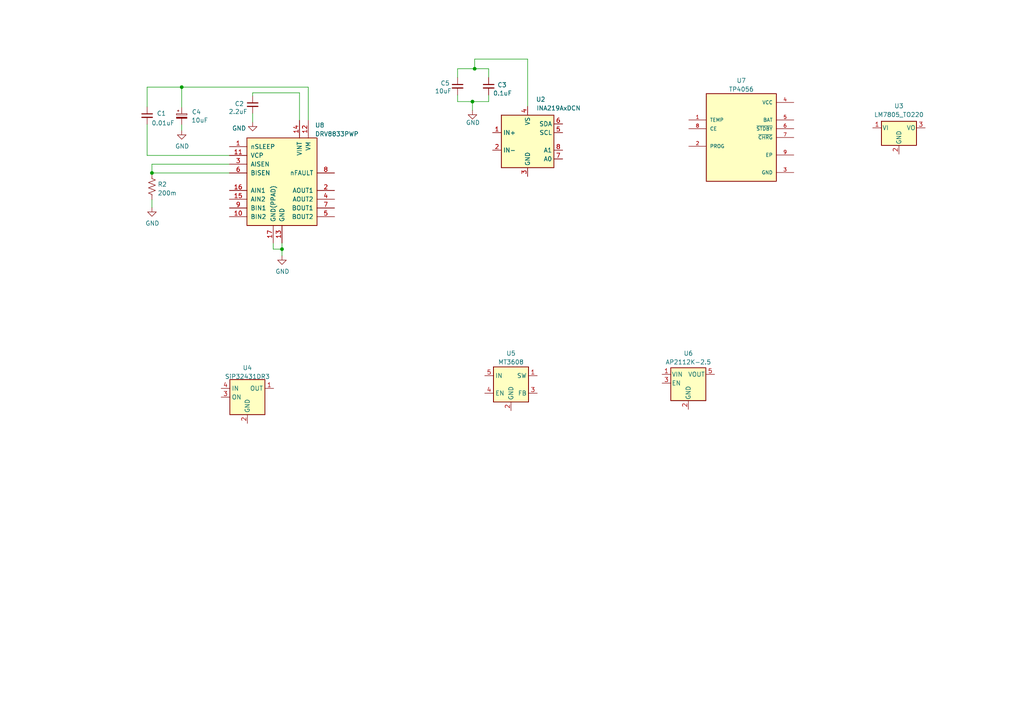
<source format=kicad_sch>
(kicad_sch (version 20230121) (generator eeschema)
  (paper "A4")
  (title_block (title "Micromouse") (date "2025-03-22") (rev "1") (company "University Of Cape Town") (comment 2 "Athaliah Pillay") (comment 3 "Maishikoe Nchabeleng"))
  (lib_symbols
    (symbol "Device:C_Polarized_Small" (pin_numbers hide) (pin_names (offset 0.254) hide)
      (property "Reference" "C" (at 0.254 1.778 0))
      (property "Value" "C_Polarized_Small" (at 0.254 -2.032 0))
      (symbol "C_Polarized_Small_0_1"
        (rectangle (start -1.524 -0.3048) (end 1.524 -0.6858) (fill (type outline)))
        (rectangle (start -1.524 0.6858) (end 1.524 0.3048))
        (polyline (pts (xy -1.27 1.524) (xy -0.762 1.524)))
        (polyline (pts (xy -1.016 1.27) (xy -1.016 1.778)))
      )
      (symbol "C_Polarized_Small_1_1"
        (pin passive line (at 0 2.54 270) (length 1.8542) (name "~") (number "1"))
        (pin passive line (at 0 -2.54 90) (length 1.8542) (name "~") (number "2"))
      )
    )
    (symbol "Device:C_Small" (pin_numbers hide) (pin_names (offset 0.254) hide)
      (property "Reference" "C" (at 0.254 1.778 0))
      (property "Value" "C_Small" (at 0.254 -2.032 0))
      (symbol "C_Small_0_1"
        (polyline (pts (xy -1.524 -0.508) (xy 1.524 -0.508)) (stroke (width 0.3302)))
        (polyline (pts (xy -1.524 0.508) (xy 1.524 0.508)) (stroke (width 0.3048)))
      )
      (symbol "C_Small_1_1"
        (pin passive line (at 0 2.54 270) (length 2.032) (name "~") (number "1"))
        (pin passive line (at 0 -2.54 90) (length 2.032) (name "~") (number "2"))
      )
    )
    (symbol "Device:R_US" (pin_numbers hide) (pin_names (offset 0))
      (property "Reference" "R" (at 2.54 0 90))
      (property "Value" "R_US" (at -2.54 0 90))
      (symbol "R_US_0_1"
        (polyline (pts (xy 0 -2.286) (xy 0 -2.54)))
        (polyline (pts (xy 0 2.286) (xy 0 2.54)))
        (polyline (pts (xy 0 -0.762) (xy 1.016 -1.143) (xy 0 -1.524) (xy -1.016 -1.905) (xy 0 -2.286)))
        (polyline (pts (xy 0 0.762) (xy 1.016 0.381) (xy 0 0) (xy -1.016 -0.381) (xy 0 -0.762)))
        (polyline (pts (xy 0 2.286) (xy 1.016 1.905) (xy 0 1.524) (xy -1.016 1.143) (xy 0 0.762)))
      )
      (symbol "R_US_1_1"
        (pin passive line (at 0 3.81 270) (length 1.27) (name "~") (number "1"))
        (pin passive line (at 0 -3.81 90) (length 1.27) (name "~") (number "2"))
      )
    )
    (symbol "Driver_Motor:DRV8833PWP" (pin_names (offset 1.016))
      (property "Reference" "U" (at -3.81 16.51 0))
      (property "Value" "DRV8833PWP" (at -3.81 13.97 0))
      (symbol "DRV8833PWP_0_1"
        (rectangle (start -10.16 12.7) (end 10.16 -12.7) (stroke (width 0.254)) (fill (type background)))
      )
      (symbol "DRV8833PWP_1_1"
        (pin input line (at -15.24 10.16 0) (length 5.08) (name "nSLEEP") (number "1"))
        (pin input line (at -15.24 -10.16 0) (length 5.08) (name "BIN2") (number "10"))
        (pin bidirectional line (at -15.24 7.62 0) (length 5.08) (name "VCP") (number "11"))
        (pin power_in line (at 7.62 17.78 270) (length 5.08) (name "VM") (number "12"))
        (pin power_in line (at 0 -17.78 90) (length 5.08) (name "GND") (number "13"))
        (pin power_in line (at 5.08 17.78 270) (length 5.08) (name "VINT") (number "14"))
        (pin input line (at -15.24 -5.08 0) (length 5.08) (name "AIN2") (number "15"))
        (pin input line (at -15.24 -2.54 0) (length 5.08) (name "AIN1") (number "16"))
        (pin power_in line (at -2.54 -17.78 90) (length 5.08) (name "GND(PPAD)") (number "17"))
        (pin power_out line (at 15.24 -2.54 180) (length 5.08) (name "AOUT1") (number "2"))
        (pin bidirectional line (at -15.24 5.08 0) (length 5.08) (name "AISEN") (number "3"))
        (pin power_out line (at 15.24 -5.08 180) (length 5.08) (name "AOUT2") (number "4"))
        (pin power_out line (at 15.24 -10.16 180) (length 5.08) (name "BOUT2") (number "5"))
        (pin bidirectional line (at -15.24 2.54 0) (length 5.08) (name "BISEN") (number "6"))
        (pin power_out line (at 15.24 -7.62 180) (length 5.08) (name "BOUT1") (number "7"))
        (pin open_collector line (at 15.24 2.54 180) (length 5.08) (name "nFAULT") (number "8"))
        (pin input line (at -15.24 -7.62 0) (length 5.08) (name "BIN1") (number "9"))
      )
    )
    (symbol "Power_Management:SiP32431DR3"
      (property "Reference" "U" (at 0 8.89 0))
      (property "Value" "SiP32431DR3" (at 0 6.35 0))
      (symbol "SiP32431DR3_0_1"
        (rectangle (start -5.08 5.08) (end 5.08 -5.08) (stroke (width 0.254)) (fill (type background)))
      )
      (symbol "SiP32431DR3_1_1"
        (pin passive line (at 7.62 2.54 180) (length 2.54) (name "OUT") (number "1"))
        (pin power_in line (at 0 -7.62 90) (length 2.54) (name "GND") (number "2"))
        (pin input line (at -7.62 0 0) (length 2.54) (name "ON") (number "3"))
        (pin passive line (at -7.62 2.54 0) (length 2.54) (name "IN") (number "4"))
        (pin passive line (at 0 -7.62 90) (length 2.54) hide (name "GND") (number "5"))
        (pin no_connect line (at 5.08 0 180) (length 2.54) hide (name "NC") (number "6"))
      )
    )
    (symbol "Regulator_Linear:AP2112K-2.5" (pin_names (offset 0.254))
      (property "Reference" "U" (at -5.08 5.715 0))
      (property "Value" "AP2112K-2.5" (at 0 5.715 0))
      (symbol "AP2112K-2.5_0_1"
        (rectangle (start -5.08 4.445) (end 5.08 -5.08) (stroke (width 0.254)) (fill (type background)))
      )
      (symbol "AP2112K-2.5_1_1"
        (pin power_in line (at -7.62 2.54 0) (length 2.54) (name "VIN") (number "1"))
        (pin power_in line (at 0 -7.62 90) (length 2.54) (name "GND") (number "2"))
        (pin input line (at -7.62 0 0) (length 2.54) (name "EN") (number "3"))
        (pin no_connect line (at 5.08 0 180) (length 2.54) hide (name "NC") (number "4"))
        (pin power_out line (at 7.62 2.54 180) (length 2.54) (name "VOUT") (number "5"))
      )
    )
    (symbol "Regulator_Linear:LM7805_TO220" (pin_names (offset 0.254))
      (property "Reference" "U" (at -3.81 3.175 0))
      (property "Value" "LM7805_TO220" (at 0 3.175 0))
      (symbol "LM7805_TO220_0_1"
        (rectangle (start -5.08 1.905) (end 5.08 -5.08) (stroke (width 0.254)) (fill (type background)))
      )
      (symbol "LM7805_TO220_1_1"
        (pin power_in line (at -7.62 0 0) (length 2.54) (name "VI") (number "1"))
        (pin power_in line (at 0 -7.62 90) (length 2.54) (name "GND") (number "2"))
        (pin power_out line (at 7.62 0 180) (length 2.54) (name "VO") (number "3"))
      )
    )
    (symbol "Regulator_Switching:MT3608"
      (property "Reference" "U" (at -2.54 8.89 0))
      (property "Value" "MT3608" (at -3.81 6.35 0))
      (symbol "MT3608_0_1"
        (rectangle (start -5.08 5.08) (end 5.08 -5.08) (stroke (width 0.254)) (fill (type background)))
      )
      (symbol "MT3608_1_1"
        (pin passive line (at 7.62 2.54 180) (length 2.54) (name "SW") (number "1"))
        (pin power_in line (at 0 -7.62 90) (length 2.54) (name "GND") (number "2"))
        (pin input line (at 7.62 -2.54 180) (length 2.54) (name "FB") (number "3"))
        (pin input line (at -7.62 -2.54 0) (length 2.54) (name "EN") (number "4"))
        (pin power_in line (at -7.62 2.54 0) (length 2.54) (name "IN") (number "5"))
        (pin no_connect line (at 5.08 0 180) (length 2.54) hide (name "NC") (number "6"))
      )
    )
    (symbol "Sensor_Energy:INA219AxDCN"
      (property "Reference" "U" (at -6.35 8.89 0))
      (property "Value" "INA219AxDCN" (at 6.35 8.89 0))
      (symbol "INA219AxDCN_0_1"
        (rectangle (start -7.62 7.62) (end 7.62 -7.62) (stroke (width 0.254)) (fill (type background)))
      )
      (symbol "INA219AxDCN_1_1"
        (pin input line (at -10.16 2.54 0) (length 2.54) (name "IN+") (number "1"))
        (pin input line (at -10.16 -2.54 0) (length 2.54) (name "IN-") (number "2"))
        (pin power_in line (at 0 -10.16 90) (length 2.54) (name "GND") (number "3"))
        (pin power_in line (at 0 10.16 270) (length 2.54) (name "VS") (number "4"))
        (pin input line (at 10.16 2.54 180) (length 2.54) (name "SCL") (number "5"))
        (pin bidirectional line (at 10.16 5.08 180) (length 2.54) (name "SDA") (number "6"))
        (pin input line (at 10.16 -5.08 180) (length 2.54) (name "A0") (number "7"))
        (pin input line (at 10.16 -2.54 180) (length 2.54) (name "A1") (number "8"))
      )
    )
    (symbol "TP4056:TP4056" (pin_names (offset 1.016))
      (property "Reference" "U" (at -10.16 13.208 0))
      (property "Value" "TP4056" (at -10.16 -15.24 0))
      (symbol "TP4056_0_0"
        (rectangle (start -10.16 -12.7) (end 10.16 12.7) (stroke (width 0.254)) (fill (type background)))
        (pin input line (at -15.24 5.08 0) (length 5.08) (name "TEMP") (number "1"))
        (pin bidirectional line (at -15.24 -2.54 0) (length 5.08) (name "PROG") (number "2"))
        (pin power_in line (at 15.24 -10.16 180) (length 5.08) (name "GND") (number "3"))
        (pin power_in line (at 15.24 10.16 180) (length 5.08) (name "VCC") (number "4"))
        (pin output line (at 15.24 5.08 180) (length 5.08) (name "BAT") (number "5"))
        (pin output line (at 15.24 2.54 180) (length 5.08) (name "~{STDBY}") (number "6"))
        (pin output line (at 15.24 0 180) (length 5.08) (name "~{CHRG}") (number "7"))
        (pin input line (at -15.24 2.54 0) (length 5.08) (name "CE") (number "8"))
        (pin passive line (at 15.24 -5.08 180) (length 5.08) (name "EP") (number "9"))
      )
    )
    (symbol "power:GND" (power) (pin_names (offset 0))
      (property "Value" "GND" (at 0 -3.81 0))
      (symbol "GND_0_1"
        (polyline (pts (xy 0 0) (xy 0 -1.27) (xy 1.27 -1.27) (xy 0 -2.54) (xy -1.27 -1.27) (xy 0 -1.27)))
      )
      (symbol "GND_1_1"
        (pin power_in line (at 0 0 270) (length 0) hide (name "GND") (number "1"))
      )
    )
  )
  (junction (at 137.033 29.464))
  (junction (at 81.788 72.263))
  (junction (at 52.705 25.273))
  (junction (at 137.668 19.939))
  (junction (at 44.069 50.165))
  (wire (pts (xy 44.069 47.625) (xy 44.069 50.165)))
  (wire (pts (xy 141.732 29.464) (xy 141.732 27.559)))
  (wire (pts (xy 42.672 25.273) (xy 52.705 25.273)))
  (wire (pts (xy 52.705 36.195) (xy 52.705 37.846)))
  (wire (pts (xy 44.069 47.625) (xy 66.548 47.625)))
  (wire (pts (xy 141.732 19.939) (xy 141.732 22.479)))
  (wire (pts (xy 44.069 50.165) (xy 66.548 50.165)))
  (wire (pts (xy 81.788 70.485) (xy 81.788 72.263)))
  (wire (pts (xy 132.715 19.939) (xy 137.668 19.939)))
  (wire (pts (xy 89.408 25.273) (xy 89.408 34.925)))
  (wire (pts (xy 42.672 36.068) (xy 42.672 45.085)))
  (wire (pts (xy 132.715 22.479) (xy 132.715 19.939)))
  (wire (pts (xy 44.069 57.912) (xy 44.069 60.198)))
  (wire (pts (xy 73.279 26.924) (xy 73.279 27.813)))
  (wire (pts (xy 137.668 19.939) (xy 141.732 19.939)))
  (wire (pts (xy 153.035 17.145) (xy 137.668 17.145)))
  (wire (pts (xy 79.248 72.263) (xy 81.788 72.263)))
  (wire (pts (xy 137.033 29.464) (xy 137.033 32.004)))
  (wire (pts (xy 42.672 25.273) (xy 42.672 30.988)))
  (wire (pts (xy 89.408 25.273) (xy 52.705 25.273)))
  (wire (pts (xy 132.715 29.464) (xy 137.033 29.464)))
  (wire (pts (xy 86.868 26.924) (xy 73.279 26.924)))
  (wire (pts (xy 153.035 17.145) (xy 153.035 30.861)))
  (wire (pts (xy 79.248 70.485) (xy 79.248 72.263)))
  (wire (pts (xy 132.715 27.559) (xy 132.715 29.464)))
  (wire (pts (xy 81.788 72.263) (xy 81.788 74.168)))
  (wire (pts (xy 73.279 32.893) (xy 73.279 35.433)))
  (wire (pts (xy 86.868 26.924) (xy 86.868 34.925)))
  (wire (pts (xy 137.668 17.145) (xy 137.668 19.939)))
  (wire (pts (xy 44.069 50.165) (xy 44.069 50.292)))
  (wire (pts (xy 137.033 29.464) (xy 141.732 29.464)))
  (wire (pts (xy 52.705 25.273) (xy 52.705 31.115)))
  (wire (pts (xy 66.548 45.085) (xy 42.672 45.085)))
  (symbol (lib_id "Device:C_Polarized_Small") (at 52.705 33.655 0) (unit 1)
    (property "Reference" "C4" (at 55.626 32.4739 0) (effects (justify left)))
    (property "Value" "10uF" (at 55.499 34.8869 0) (effects (justify left)))
  )
  (symbol (lib_id "Device:R_US") (at 44.069 54.102 0) (unit 1)
    (property "Reference" "R2" (at 45.72 53.467 0) (effects (justify left)))
    (property "Value" "200m" (at 45.72 56.007 0) (effects (justify left)))
  )
  (symbol (lib_id "Sensor_Energy:INA219AxDCN") (at 153.035 41.021 0) (unit 1)
    (property "Reference" "U2" (at 155.448 28.829 0) (effects (justify left)))
    (property "Value" "INA219AxDCN" (at 155.575 31.369 0) (effects (justify left)))
    (property "Footprint" "Package_TO_SOT_SMD:SOT-23-8" (effects hide))
    (property "Datasheet" "http://www.ti.com/lit/ds/symlink/ina219.pdf" (effects hide))
  )
  (symbol (lib_id "Driver_Motor:DRV8833PWP") (at 81.788 52.705 0) (unit 1)
    (property "Reference" "U8" (at 91.3639 36.322 0) (effects (justify left)))
    (property "Value" "DRV8833PWP" (at 91.3639 38.862 0) (effects (justify left)))
    (property "Footprint" "Package_SO:HTSSOP-16-1EP_4.4x5mm_P0.65mm_EP3.4x5mm_Mask2.46x2.31mm_ThermalVias" (effects hide))
    (property "Datasheet" "http://www.ti.com/lit/ds/symlink/drv8833.pdf" (effects hide))
  )
  (symbol (lib_id "Power_Management:SiP32431DR3") (at 71.755 115.189 0) (unit 1)
    (property "Reference" "U4" (at 71.755 106.68 0))
    (property "Value" "SiP32431DR3" (at 71.755 109.22 0))
    (property "Footprint" "Package_TO_SOT_SMD:SOT-363_SC-70-6" (effects hide))
    (property "Datasheet" "http://www.vishay.com.hk/docs/66597/sip32431.pdf" (effects hide))
  )
  (symbol (lib_id "power:GND") (at 52.705 37.846 0) (unit 1)
    (property "Reference" "#PWR04" (effects hide))
    (property "Value" "GND" (at 52.832 42.418 0))
  )
  (symbol (lib_id "TP4056:TP4056") (at 215.011 39.878 0) (unit 1)
    (property "Reference" "U7" (at 215.011 23.368 0))
    (property "Value" "TP4056" (at 215.011 25.908 0))
    (property "Footprint" "TP4056:SOP127P600X175-9N" (effects hide))
    (property "MF" "NanJing Top Power ASIC Corp." (effects hide))
    (property "MAXIMUM_PACKAGE_HEIGHT" "1.75mm" (effects hide))
    (property "Package" "Package" (effects hide))
    (property "Price" "None" (effects hide))
    (property "Check_prices" "https://www.snapeda.com/parts/TP4056/NanJing+Top+Power+ASIC+Corp./view-part/?ref=eda" (effects hide))
    (property "STANDARD" "IPC 7351B" (effects hide))
    (property "SnapEDA_Link" "https://www.snapeda.com/parts/TP4056/NanJing+Top+Power+ASIC+Corp./view-part/?ref=snap" (effects hide))
    (property "MP" "TP4056" (effects hide))
    (property "Description" "\n                        \n                            Complete single cell Li-Ion battery with a constant current / constant voltage linear charger\n                        \n" (effects hide))
    (property "Availability" "Not in stock" (effects hide))
    (property "MANUFACTURER" "NanJing Top Power ASIC Corp." (effects hide))
  )
  (symbol (lib_id "power:GND") (at 73.279 35.433 0) (unit 1)
    (property "Reference" "#PWR05" (effects hide))
    (property "Value" "GND" (at 69.342 37.211 0))
  )
  (symbol (lib_id "power:GND") (at 137.033 32.004 0) (unit 1)
    (property "Reference" "#PWR02" (effects hide))
    (property "Value" "GND" (at 137.16 35.56 0))
  )
  (symbol (lib_id "Regulator_Switching:MT3608") (at 148.209 111.506 0) (unit 1)
    (property "Reference" "U5" (at 148.209 102.489 0))
    (property "Value" "MT3608" (at 148.209 105.029 0))
    (property "Footprint" "Package_TO_SOT_SMD:SOT-23-6" (effects hide))
    (property "Datasheet" "https://www.olimex.com/Products/Breadboarding/BB-PWR-3608/resources/MT3608.pdf" (effects hide))
  )
  (symbol (lib_id "Device:C_Small") (at 132.715 25.019 0) (unit 1)
    (property "Reference" "C5" (at 127.762 24.13 0) (effects (justify left)))
    (property "Value" "10uF" (at 126.111 26.416 0) (effects (justify left)))
  )
  (symbol (lib_id "Regulator_Linear:LM7805_TO220") (at 260.731 37.084 0) (unit 1)
    (property "Reference" "U3" (at 260.731 30.734 0))
    (property "Value" "LM7805_TO220" (at 260.731 33.274 0))
    (property "Footprint" "Package_TO_SOT_THT:TO-220-3_Vertical" (effects hide))
    (property "Datasheet" "https://www.onsemi.cn/PowerSolutions/document/MC7800-D.PDF" (effects hide))
  )
  (symbol (lib_id "Device:C_Small") (at 42.672 33.528 0) (unit 1)
    (property "Reference" "C1" (at 45.466 32.8993 0) (effects (justify left)))
    (property "Value" "0.01uF" (at 43.942 35.687 0) (effects (justify left)))
  )
  (symbol (lib_id "Regulator_Linear:AP2112K-2.5") (at 199.644 111.125 0) (unit 1)
    (property "Reference" "U6" (at 199.644 102.489 0))
    (property "Value" "AP2112K-2.5" (at 199.644 105.029 0))
    (property "Footprint" "Package_TO_SOT_SMD:SOT-23-5" (effects hide))
    (property "Datasheet" "https://www.diodes.com/assets/Datasheets/AP2112.pdf" (effects hide))
  )
  (symbol (lib_id "power:GND") (at 81.788 74.168 0) (unit 1)
    (property "Reference" "#PWR01" (effects hide))
    (property "Value" "GND" (at 81.915 78.74 0))
  )
  (symbol (lib_id "Device:C_Small") (at 141.732 25.019 0) (unit 1)
    (property "Reference" "C3" (at 144.272 24.638 0) (effects (justify left)))
    (property "Value" "0.1uF" (at 143.002 27.051 0) (effects (justify left)))
  )
  (symbol (lib_id "Device:C_Small") (at 73.279 30.353 0) (unit 1)
    (property "Reference" "C2" (at 68.072 30.099 0) (effects (justify left)))
    (property "Value" "2.2uF" (at 66.294 32.385 0) (effects (justify left)))
  )
  (symbol (lib_id "power:GND") (at 44.069 60.198 0) (unit 1)
    (property "Reference" "#PWR06" (effects hide))
    (property "Value" "GND" (at 44.196 64.77 0))
  )
)
</source>
